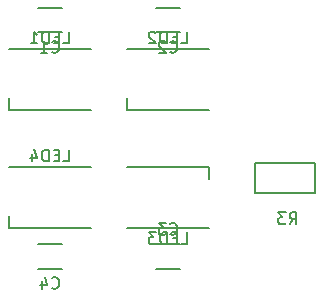
<source format=gbr>
G04 #@! TF.FileFunction,Legend,Bot*
%FSLAX46Y46*%
G04 Gerber Fmt 4.6, Leading zero omitted, Abs format (unit mm)*
G04 Created by KiCad (PCBNEW 4.0.6) date 2017 May 11, Thursday 23:22:10*
%MOMM*%
%LPD*%
G01*
G04 APERTURE LIST*
%ADD10C,1.000000*%
%ADD11C,0.150000*%
G04 APERTURE END LIST*
D10*
D11*
X40567500Y-49332500D02*
X33567500Y-49332500D01*
X40567500Y-54532500D02*
X33567500Y-54532500D01*
X33567500Y-54532500D02*
X33567500Y-53532500D01*
X38067500Y-47957500D02*
X36067500Y-47957500D01*
X36067500Y-45907500D02*
X38067500Y-45907500D01*
X48067500Y-47957500D02*
X46067500Y-47957500D01*
X46067500Y-45907500D02*
X48067500Y-45907500D01*
X50567500Y-49332500D02*
X43567500Y-49332500D01*
X50567500Y-54532500D02*
X43567500Y-54532500D01*
X43567500Y-54532500D02*
X43567500Y-53532500D01*
X40567500Y-59332500D02*
X33567500Y-59332500D01*
X40567500Y-64532500D02*
X33567500Y-64532500D01*
X33567500Y-64532500D02*
X33567500Y-63532500D01*
X46067500Y-65907500D02*
X48067500Y-65907500D01*
X48067500Y-67957500D02*
X46067500Y-67957500D01*
X43567500Y-64532500D02*
X50567500Y-64532500D01*
X43567500Y-59332500D02*
X50567500Y-59332500D01*
X50567500Y-59332500D02*
X50567500Y-60332500D01*
X38067500Y-67957500D02*
X36067500Y-67957500D01*
X36067500Y-65907500D02*
X38067500Y-65907500D01*
X54400000Y-61520000D02*
X59480000Y-61520000D01*
X59480000Y-61520000D02*
X59480000Y-58980000D01*
X59480000Y-58980000D02*
X54400000Y-58980000D01*
X54400000Y-58980000D02*
X54400000Y-61520000D01*
X38186547Y-48884881D02*
X38662738Y-48884881D01*
X38662738Y-47884881D01*
X37853214Y-48361071D02*
X37519880Y-48361071D01*
X37377023Y-48884881D02*
X37853214Y-48884881D01*
X37853214Y-47884881D01*
X37377023Y-47884881D01*
X36948452Y-48884881D02*
X36948452Y-47884881D01*
X36710357Y-47884881D01*
X36567499Y-47932500D01*
X36472261Y-48027738D01*
X36424642Y-48122976D01*
X36377023Y-48313452D01*
X36377023Y-48456310D01*
X36424642Y-48646786D01*
X36472261Y-48742024D01*
X36567499Y-48837262D01*
X36710357Y-48884881D01*
X36948452Y-48884881D01*
X35424642Y-48884881D02*
X35996071Y-48884881D01*
X35710357Y-48884881D02*
X35710357Y-47884881D01*
X35805595Y-48027738D01*
X35900833Y-48122976D01*
X35996071Y-48170595D01*
X37234166Y-49589643D02*
X37281785Y-49637262D01*
X37424642Y-49684881D01*
X37519880Y-49684881D01*
X37662738Y-49637262D01*
X37757976Y-49542024D01*
X37805595Y-49446786D01*
X37853214Y-49256310D01*
X37853214Y-49113452D01*
X37805595Y-48922976D01*
X37757976Y-48827738D01*
X37662738Y-48732500D01*
X37519880Y-48684881D01*
X37424642Y-48684881D01*
X37281785Y-48732500D01*
X37234166Y-48780119D01*
X36281785Y-49684881D02*
X36853214Y-49684881D01*
X36567500Y-49684881D02*
X36567500Y-48684881D01*
X36662738Y-48827738D01*
X36757976Y-48922976D01*
X36853214Y-48970595D01*
X47234166Y-49589643D02*
X47281785Y-49637262D01*
X47424642Y-49684881D01*
X47519880Y-49684881D01*
X47662738Y-49637262D01*
X47757976Y-49542024D01*
X47805595Y-49446786D01*
X47853214Y-49256310D01*
X47853214Y-49113452D01*
X47805595Y-48922976D01*
X47757976Y-48827738D01*
X47662738Y-48732500D01*
X47519880Y-48684881D01*
X47424642Y-48684881D01*
X47281785Y-48732500D01*
X47234166Y-48780119D01*
X46853214Y-48780119D02*
X46805595Y-48732500D01*
X46710357Y-48684881D01*
X46472261Y-48684881D01*
X46377023Y-48732500D01*
X46329404Y-48780119D01*
X46281785Y-48875357D01*
X46281785Y-48970595D01*
X46329404Y-49113452D01*
X46900833Y-49684881D01*
X46281785Y-49684881D01*
X48186547Y-48884881D02*
X48662738Y-48884881D01*
X48662738Y-47884881D01*
X47853214Y-48361071D02*
X47519880Y-48361071D01*
X47377023Y-48884881D02*
X47853214Y-48884881D01*
X47853214Y-47884881D01*
X47377023Y-47884881D01*
X46948452Y-48884881D02*
X46948452Y-47884881D01*
X46710357Y-47884881D01*
X46567499Y-47932500D01*
X46472261Y-48027738D01*
X46424642Y-48122976D01*
X46377023Y-48313452D01*
X46377023Y-48456310D01*
X46424642Y-48646786D01*
X46472261Y-48742024D01*
X46567499Y-48837262D01*
X46710357Y-48884881D01*
X46948452Y-48884881D01*
X45996071Y-47980119D02*
X45948452Y-47932500D01*
X45853214Y-47884881D01*
X45615118Y-47884881D01*
X45519880Y-47932500D01*
X45472261Y-47980119D01*
X45424642Y-48075357D01*
X45424642Y-48170595D01*
X45472261Y-48313452D01*
X46043690Y-48884881D01*
X45424642Y-48884881D01*
X38186547Y-58884881D02*
X38662738Y-58884881D01*
X38662738Y-57884881D01*
X37853214Y-58361071D02*
X37519880Y-58361071D01*
X37377023Y-58884881D02*
X37853214Y-58884881D01*
X37853214Y-57884881D01*
X37377023Y-57884881D01*
X36948452Y-58884881D02*
X36948452Y-57884881D01*
X36710357Y-57884881D01*
X36567499Y-57932500D01*
X36472261Y-58027738D01*
X36424642Y-58122976D01*
X36377023Y-58313452D01*
X36377023Y-58456310D01*
X36424642Y-58646786D01*
X36472261Y-58742024D01*
X36567499Y-58837262D01*
X36710357Y-58884881D01*
X36948452Y-58884881D01*
X35519880Y-58218214D02*
X35519880Y-58884881D01*
X35757976Y-57837262D02*
X35996071Y-58551548D01*
X35377023Y-58551548D01*
X47234166Y-64989643D02*
X47281785Y-65037262D01*
X47424642Y-65084881D01*
X47519880Y-65084881D01*
X47662738Y-65037262D01*
X47757976Y-64942024D01*
X47805595Y-64846786D01*
X47853214Y-64656310D01*
X47853214Y-64513452D01*
X47805595Y-64322976D01*
X47757976Y-64227738D01*
X47662738Y-64132500D01*
X47519880Y-64084881D01*
X47424642Y-64084881D01*
X47281785Y-64132500D01*
X47234166Y-64180119D01*
X46900833Y-64084881D02*
X46281785Y-64084881D01*
X46615119Y-64465833D01*
X46472261Y-64465833D01*
X46377023Y-64513452D01*
X46329404Y-64561071D01*
X46281785Y-64656310D01*
X46281785Y-64894405D01*
X46329404Y-64989643D01*
X46377023Y-65037262D01*
X46472261Y-65084881D01*
X46757976Y-65084881D01*
X46853214Y-65037262D01*
X46900833Y-64989643D01*
X48186547Y-65884881D02*
X48662738Y-65884881D01*
X48662738Y-64884881D01*
X47853214Y-65361071D02*
X47519880Y-65361071D01*
X47377023Y-65884881D02*
X47853214Y-65884881D01*
X47853214Y-64884881D01*
X47377023Y-64884881D01*
X46948452Y-65884881D02*
X46948452Y-64884881D01*
X46710357Y-64884881D01*
X46567499Y-64932500D01*
X46472261Y-65027738D01*
X46424642Y-65122976D01*
X46377023Y-65313452D01*
X46377023Y-65456310D01*
X46424642Y-65646786D01*
X46472261Y-65742024D01*
X46567499Y-65837262D01*
X46710357Y-65884881D01*
X46948452Y-65884881D01*
X46043690Y-64884881D02*
X45424642Y-64884881D01*
X45757976Y-65265833D01*
X45615118Y-65265833D01*
X45519880Y-65313452D01*
X45472261Y-65361071D01*
X45424642Y-65456310D01*
X45424642Y-65694405D01*
X45472261Y-65789643D01*
X45519880Y-65837262D01*
X45615118Y-65884881D01*
X45900833Y-65884881D01*
X45996071Y-65837262D01*
X46043690Y-65789643D01*
X37234166Y-69589643D02*
X37281785Y-69637262D01*
X37424642Y-69684881D01*
X37519880Y-69684881D01*
X37662738Y-69637262D01*
X37757976Y-69542024D01*
X37805595Y-69446786D01*
X37853214Y-69256310D01*
X37853214Y-69113452D01*
X37805595Y-68922976D01*
X37757976Y-68827738D01*
X37662738Y-68732500D01*
X37519880Y-68684881D01*
X37424642Y-68684881D01*
X37281785Y-68732500D01*
X37234166Y-68780119D01*
X36377023Y-69018214D02*
X36377023Y-69684881D01*
X36615119Y-68637262D02*
X36853214Y-69351548D01*
X36234166Y-69351548D01*
X57355586Y-64202501D02*
X57688920Y-63726310D01*
X57927015Y-64202501D02*
X57927015Y-63202501D01*
X57546062Y-63202501D01*
X57450824Y-63250120D01*
X57403205Y-63297739D01*
X57355586Y-63392977D01*
X57355586Y-63535834D01*
X57403205Y-63631072D01*
X57450824Y-63678691D01*
X57546062Y-63726310D01*
X57927015Y-63726310D01*
X57022253Y-63202501D02*
X56403205Y-63202501D01*
X56736539Y-63583453D01*
X56593681Y-63583453D01*
X56498443Y-63631072D01*
X56450824Y-63678691D01*
X56403205Y-63773930D01*
X56403205Y-64012025D01*
X56450824Y-64107263D01*
X56498443Y-64154882D01*
X56593681Y-64202501D01*
X56879396Y-64202501D01*
X56974634Y-64154882D01*
X57022253Y-64107263D01*
M02*

</source>
